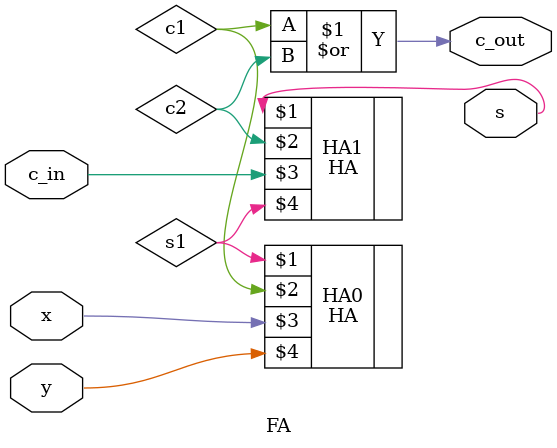
<source format=v>
`timescale 10ns / 1ps
module FA(s, c_out, x, y, c_in);
input x, y, c_in;
output s, c_out;
wire s1, c1, c2;

/*
	Write Your Design Here ~
*/
HA HA0(s1, c1, x, y);
HA HA1(s, c2, c_in, s1);
or (c_out, c1, c2);
  
endmodule


</source>
